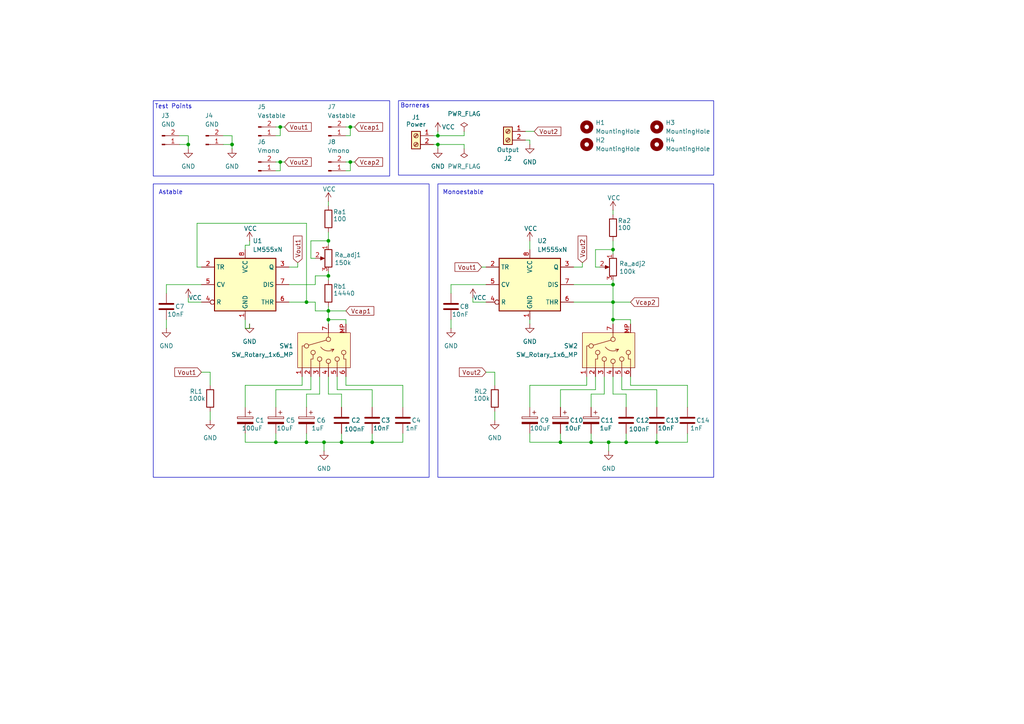
<source format=kicad_sch>
(kicad_sch (version 20231120) (generator "eeschema") (generator_version "8.0")
  (paper "A4")
  (lib_symbols
    (symbol "Connector:Conn_01x02_Pin" (pin_names (offset 1.016) hide)
      (property "Reference" "J" (at 0 2.54 0))
      (property "Value" "Conn_01x02_Pin" (at 0 -5.08 0))
      (symbol "Conn_01x02_Pin_1_1"
        (polyline (pts (xy 1.27 -2.54) (xy 0.8636 -2.54)) (stroke (width 0.1524)))
        (polyline (pts (xy 1.27 0) (xy 0.8636 0)) (stroke (width 0.1524)))
        (rectangle (start 0.8636 -2.413) (end 0 -2.667) (stroke (width 0.1524)) (fill (type outline)))
        (rectangle (start 0.8636 0.127) (end 0 -0.127) (stroke (width 0.1524)) (fill (type outline)))
        (pin passive line (at 5.08 0 180) (length 3.81) (name "Pin_1") (number "1"))
        (pin passive line (at 5.08 -2.54 180) (length 3.81) (name "Pin_2") (number "2"))
      )
    )
    (symbol "Connector:Screw_Terminal_01x02" (pin_names (offset 1.016) hide)
      (property "Reference" "J" (at 0 2.54 0))
      (property "Value" "Screw_Terminal_01x02" (at 0 -5.08 0))
      (symbol "Screw_Terminal_01x02_1_1"
        (rectangle (start -1.27 1.27) (end 1.27 -3.81) (stroke (width 0.254)) (fill (type background)))
        (circle (center 0 -2.54) (radius 0.635) (stroke (width 0.1524)))
        (polyline (pts (xy -0.5334 -2.2098) (xy 0.3302 -3.048)) (stroke (width 0.1524)))
        (polyline (pts (xy -0.5334 0.3302) (xy 0.3302 -0.508)) (stroke (width 0.1524)))
        (polyline (pts (xy -0.3556 -2.032) (xy 0.508 -2.8702)) (stroke (width 0.1524)))
        (polyline (pts (xy -0.3556 0.508) (xy 0.508 -0.3302)) (stroke (width 0.1524)))
        (circle (center 0 0) (radius 0.635) (stroke (width 0.1524)))
        (pin passive line (at -5.08 0 0) (length 3.81) (name "Pin_1") (number "1"))
        (pin passive line (at -5.08 -2.54 0) (length 3.81) (name "Pin_2") (number "2"))
      )
    )
    (symbol "Device:C" (pin_numbers hide) (pin_names (offset 0.254))
      (property "Reference" "C" (at 0.635 2.54 0))
      (property "Value" "C" (at 0.635 -2.54 0))
      (symbol "C_0_1"
        (polyline (pts (xy -2.032 -0.762) (xy 2.032 -0.762)) (stroke (width 0.508)))
        (polyline (pts (xy -2.032 0.762) (xy 2.032 0.762)) (stroke (width 0.508)))
      )
      (symbol "C_1_1"
        (pin passive line (at 0 3.81 270) (length 2.794) (name "~") (number "1"))
        (pin passive line (at 0 -3.81 90) (length 2.794) (name "~") (number "2"))
      )
    )
    (symbol "Device:C_Polarized" (pin_numbers hide) (pin_names (offset 0.254))
      (property "Reference" "C" (at 0.635 2.54 0))
      (property "Value" "C_Polarized" (at 0.635 -2.54 0))
      (symbol "C_Polarized_0_1"
        (rectangle (start -2.286 0.508) (end 2.286 1.016))
        (polyline (pts (xy -1.778 2.286) (xy -0.762 2.286)))
        (polyline (pts (xy -1.27 2.794) (xy -1.27 1.778)))
        (rectangle (start 2.286 -0.508) (end -2.286 -1.016) (fill (type outline)))
      )
      (symbol "C_Polarized_1_1"
        (pin passive line (at 0 3.81 270) (length 2.794) (name "~") (number "1"))
        (pin passive line (at 0 -3.81 90) (length 2.794) (name "~") (number "2"))
      )
    )
    (symbol "Device:R" (pin_numbers hide) (pin_names (offset 0))
      (property "Reference" "R" (at 2.032 0 90))
      (property "Value" "R" (at 0 0 90))
      (symbol "R_0_1"
        (rectangle (start -1.016 -2.54) (end 1.016 2.54) (stroke (width 0.254)))
      )
      (symbol "R_1_1"
        (pin passive line (at 0 3.81 270) (length 1.27) (name "~") (number "1"))
        (pin passive line (at 0 -3.81 90) (length 1.27) (name "~") (number "2"))
      )
    )
    (symbol "Device:R_Potentiometer" (pin_names (offset 1.016) hide)
      (property "Reference" "RV" (at -4.445 0 90))
      (property "Value" "R_Potentiometer" (at -2.54 0 90))
      (symbol "R_Potentiometer_0_1"
        (polyline (pts (xy 2.54 0) (xy 1.524 0)))
        (polyline (pts (xy 1.143 0) (xy 2.286 0.508) (xy 2.286 -0.508) (xy 1.143 0)) (fill (type outline)))
        (rectangle (start 1.016 2.54) (end -1.016 -2.54) (stroke (width 0.254)))
      )
      (symbol "R_Potentiometer_1_1"
        (pin passive line (at 0 3.81 270) (length 1.27) (name "1") (number "1"))
        (pin passive line (at 3.81 0 180) (length 1.27) (name "2") (number "2"))
        (pin passive line (at 0 -3.81 90) (length 1.27) (name "3") (number "3"))
      )
    )
    (symbol "Mechanical:MountingHole" (pin_names (offset 1.016)) (exclude_from_sim yes) (in_bom no)
      (property "Reference" "H" (at 0 5.08 0))
      (property "Value" "MountingHole" (at 0 3.175 0))
      (symbol "MountingHole_0_1"
        (circle (center 0 0) (radius 1.27) (stroke (width 1.27)))
      )
    )
    (symbol "Switch:SW_Rotary_1x6_MP" (pin_names hide)
      (property "Reference" "SW" (at 0 10.16 0))
      (property "Value" "SW_Rotary_1x6_MP" (at 8.89 -7.62 0))
      (symbol "SW_Rotary_1x6_MP_0_1"
        (circle (center -3.175 0) (radius 0.635))
        (circle (center -1.27 6.35) (radius 0.635))
        (arc (start -0.3176 -1.5875) (mid 0.154 0.449) (end -0.9526 2.2225))
        (polyline (pts (xy -5.08 0) (xy -3.81 0)))
        (polyline (pts (xy -2.9464 0.6096) (xy -1.4732 5.7404)))
        (polyline (pts (xy -0.3176 -1.5875) (xy -0.3176 -1.5875)))
        (polyline (pts (xy -0.3176 -1.5875) (xy -0.3176 -0.6985)))
        (polyline (pts (xy -0.3176 -1.5875) (xy 0.4444 -1.0795)))
        (polyline (pts (xy 5.08 -2.54) (xy 3.175 -2.54)))
        (polyline (pts (xy 5.08 0) (xy 3.81 0)))
        (polyline (pts (xy 5.08 2.54) (xy 3.175 2.54)))
        (polyline (pts (xy 5.08 -5.08) (xy 2.54 -5.08) (xy 2.54 -4.445) (xy 1.27 -4.445)))
        (polyline (pts (xy 5.08 5.08) (xy 2.54 5.08) (xy 2.54 4.445) (xy 1.27 4.445)))
        (polyline (pts (xy 5.08 7.62) (xy -1.27 7.62) (xy -1.27 7.62) (xy -1.27 6.985)))
        (circle (center 0.635 -4.445) (radius 0.635))
        (circle (center 0.635 4.445) (radius 0.635))
        (circle (center 2.54 -2.54) (radius 0.635))
        (circle (center 2.54 2.54) (radius 0.635))
        (circle (center 3.175 0) (radius 0.635))
      )
      (symbol "SW_Rotary_1x6_MP_1_1"
        (polyline (pts (xy -5.08 8.89) (xy 5.08 8.89) (xy 5.08 -6.35) (xy -5.08 -6.35) (xy -5.08 8.89) (xy -5.08 8.89)) (fill (type background)))
        (pin passive line (at 7.62 7.62 180) (length 2.54) (name "") (number "1"))
        (pin passive line (at 7.62 5.08 180) (length 2.54) (name "") (number "2"))
        (pin passive line (at 7.62 2.54 180) (length 2.54) (name "") (number "3"))
        (pin passive line (at 7.62 0 180) (length 2.54) (name "") (number "4"))
        (pin passive line (at 7.62 -2.54 180) (length 2.54) (name "") (number "5"))
        (pin passive line (at 7.62 -5.08 180) (length 2.54) (name "") (number "6"))
        (pin passive line (at -7.62 0 0) (length 2.54) (name "") (number "7"))
        (pin passive line (at -7.62 -5.08 0) (length 2.54) (name "") (number "MP"))
      )
    )
    (symbol "Timer:LM555xN"
      (property "Reference" "U" (at -10.16 8.89 0))
      (property "Value" "LM555xN" (at 2.54 8.89 0))
      (symbol "LM555xN_0_0"
        (pin power_in line (at 0 -10.16 90) (length 2.54) (name "GND") (number "1"))
        (pin power_in line (at 0 10.16 270) (length 2.54) (name "VCC") (number "8"))
      )
      (symbol "LM555xN_0_1"
        (rectangle (start -8.89 -7.62) (end 8.89 7.62) (stroke (width 0.254)) (fill (type background)))
        (rectangle (start -8.89 -7.62) (end 8.89 7.62) (stroke (width 0.254)) (fill (type background)))
      )
      (symbol "LM555xN_1_1"
        (pin input line (at -12.7 5.08 0) (length 3.81) (name "TR") (number "2"))
        (pin output line (at 12.7 5.08 180) (length 3.81) (name "Q") (number "3"))
        (pin input inverted (at -12.7 -5.08 0) (length 3.81) (name "R") (number "4"))
        (pin input line (at -12.7 0 0) (length 3.81) (name "CV") (number "5"))
        (pin input line (at 12.7 -5.08 180) (length 3.81) (name "THR") (number "6"))
        (pin input line (at 12.7 0 180) (length 3.81) (name "DIS") (number "7"))
      )
    )
    (symbol "power:GND" (power) (pin_numbers hide) (pin_names (offset 0) hide)
      (property "Value" "GND" (at 0 -3.81 0))
      (symbol "GND_0_1"
        (polyline (pts (xy 0 0) (xy 0 -1.27) (xy 1.27 -1.27) (xy 0 -2.54) (xy -1.27 -1.27) (xy 0 -1.27)))
      )
      (symbol "GND_1_1"
        (pin power_in line (at 0 0 270) (length 0) (name "~") (number "1"))
      )
    )
    (symbol "power:PWR_FLAG" (power) (pin_numbers hide) (pin_names (offset 0) hide)
      (property "Value" "PWR_FLAG" (at 0 3.81 0))
      (symbol "PWR_FLAG_0_0"
        (pin power_out line (at 0 0 90) (length 0) (name "~") (number "1"))
      )
      (symbol "PWR_FLAG_0_1"
        (polyline (pts (xy 0 0) (xy 0 1.27) (xy -1.016 1.905) (xy 0 2.54) (xy 1.016 1.905) (xy 0 1.27)))
      )
    )
    (symbol "power:VCC" (power) (pin_numbers hide) (pin_names (offset 0) hide)
      (property "Value" "VCC" (at 0 3.556 0))
      (symbol "VCC_0_1"
        (polyline (pts (xy -0.762 1.27) (xy 0 2.54)))
        (polyline (pts (xy 0 0) (xy 0 2.54)))
        (polyline (pts (xy 0 2.54) (xy 0.762 1.27)))
      )
      (symbol "VCC_1_1"
        (pin power_in line (at 0 0 90) (length 0) (name "~") (number "1"))
      )
    )
  )
  (junction (at 101.6 36.83))
  (junction (at 88.9 128.27))
  (junction (at 101.6 46.99))
  (junction (at 67.31 41.91))
  (junction (at 190.5 128.27))
  (junction (at 177.8 72.39))
  (junction (at 107.95 128.27))
  (junction (at 171.45 128.27))
  (junction (at 95.25 80.01))
  (junction (at 162.56 128.27))
  (junction (at 127 39.37))
  (junction (at 177.8 87.63))
  (junction (at 177.8 82.55))
  (junction (at 176.53 128.27))
  (junction (at 181.61 128.27))
  (junction (at 95.25 92.71))
  (junction (at 99.06 128.27))
  (junction (at 80.01 128.27))
  (junction (at 81.28 36.83))
  (junction (at 88.9 87.63))
  (junction (at 95.25 69.85))
  (junction (at 127 41.91))
  (junction (at 54.61 41.91))
  (junction (at 95.25 90.17))
  (junction (at 177.8 92.71))
  (junction (at 81.28 46.99))
  (junction (at 93.98 128.27))
  (wire (pts (xy 107.95 113.03) (xy 97.79 113.03)))
  (wire (pts (xy 199.39 118.11) (xy 199.39 111.76)))
  (wire (pts (xy 81.28 36.83) (xy 81.28 39.37)))
  (wire (pts (xy 80.01 128.27) (xy 88.9 128.27)))
  (wire (pts (xy 190.5 128.27) (xy 199.39 128.27)))
  (wire (pts (xy 182.88 111.76) (xy 182.88 109.22)))
  (wire (pts (xy 153.67 69.85) (xy 153.67 72.39)))
  (wire (pts (xy 54.61 87.63) (xy 58.42 87.63)))
  (wire (pts (xy 48.26 82.55) (xy 58.42 82.55)))
  (wire (pts (xy 60.96 107.95) (xy 60.96 111.76)))
  (wire (pts (xy 88.9 118.11) (xy 88.9 114.3)))
  (wire (pts (xy 81.28 46.99) (xy 81.28 49.53)))
  (wire (pts (xy 134.62 41.91) (xy 134.62 43.18)))
  (wire (pts (xy 99.06 128.27) (xy 107.95 128.27)))
  (wire (pts (xy 180.34 113.03) (xy 180.34 109.22)))
  (wire (pts (xy 181.61 125.73) (xy 181.61 128.27)))
  (wire (pts (xy 181.61 114.3) (xy 177.8 114.3)))
  (wire (pts (xy 100.33 49.53) (xy 101.6 49.53)))
  (wire (pts (xy 93.98 128.27) (xy 93.98 130.81)))
  (wire (pts (xy 95.25 90.17) (xy 100.33 90.17)))
  (wire (pts (xy 127 39.37) (xy 127 38.1)))
  (wire (pts (xy 72.39 95.25) (xy 72.39 93.98)))
  (wire (pts (xy 83.82 87.63) (xy 88.9 87.63)))
  (wire (pts (xy 116.84 111.76) (xy 100.33 111.76)))
  (wire (pts (xy 91.44 74.93) (xy 90.17 74.93)))
  (wire (pts (xy 100.33 92.71) (xy 95.25 92.71)))
  (wire (pts (xy 99.06 118.11) (xy 99.06 114.3)))
  (wire (pts (xy 176.53 128.27) (xy 176.53 130.81)))
  (wire (pts (xy 95.25 78.74) (xy 95.25 80.01)))
  (wire (pts (xy 137.16 86.36) (xy 137.16 87.63)))
  (wire (pts (xy 153.67 128.27) (xy 153.67 125.73)))
  (wire (pts (xy 181.61 118.11) (xy 181.61 114.3)))
  (wire (pts (xy 101.6 46.99) (xy 101.6 49.53)))
  (wire (pts (xy 71.12 71.12) (xy 72.39 71.12)))
  (wire (pts (xy 58.42 107.95) (xy 60.96 107.95)))
  (wire (pts (xy 87.63 111.76) (xy 71.12 111.76)))
  (wire (pts (xy 140.97 107.95) (xy 143.51 107.95)))
  (wire (pts (xy 130.81 82.55) (xy 140.97 82.55)))
  (wire (pts (xy 88.9 128.27) (xy 93.98 128.27)))
  (wire (pts (xy 71.12 71.12) (xy 71.12 72.39)))
  (wire (pts (xy 182.88 92.71) (xy 177.8 92.71)))
  (wire (pts (xy 125.73 41.91) (xy 127 41.91)))
  (wire (pts (xy 95.25 92.71) (xy 95.25 93.98)))
  (wire (pts (xy 177.8 82.55) (xy 177.8 87.63)))
  (wire (pts (xy 54.61 39.37) (xy 54.61 41.91)))
  (wire (pts (xy 140.97 77.47) (xy 139.7 77.47)))
  (wire (pts (xy 171.45 114.3) (xy 175.26 114.3)))
  (wire (pts (xy 88.9 125.73) (xy 88.9 128.27)))
  (wire (pts (xy 168.91 76.2) (xy 168.91 77.47)))
  (wire (pts (xy 80.01 49.53) (xy 81.28 49.53)))
  (wire (pts (xy 177.8 87.63) (xy 177.8 92.71)))
  (wire (pts (xy 177.8 87.63) (xy 182.88 87.63)))
  (wire (pts (xy 190.5 113.03) (xy 180.34 113.03)))
  (wire (pts (xy 173.99 77.47) (xy 172.72 77.47)))
  (wire (pts (xy 171.45 118.11) (xy 171.45 114.3)))
  (wire (pts (xy 101.6 36.83) (xy 102.87 36.83)))
  (wire (pts (xy 95.25 90.17) (xy 95.25 88.9)))
  (wire (pts (xy 107.95 128.27) (xy 116.84 128.27)))
  (wire (pts (xy 130.81 92.71) (xy 130.81 95.25)))
  (wire (pts (xy 80.01 36.83) (xy 81.28 36.83)))
  (wire (pts (xy 95.25 114.3) (xy 95.25 109.22)))
  (wire (pts (xy 177.8 73.66) (xy 177.8 72.39)))
  (wire (pts (xy 101.6 46.99) (xy 102.87 46.99)))
  (wire (pts (xy 177.8 92.71) (xy 177.8 93.98)))
  (wire (pts (xy 71.12 95.25) (xy 72.39 95.25)))
  (wire (pts (xy 87.63 109.22) (xy 87.63 111.76)))
  (wire (pts (xy 125.73 39.37) (xy 127 39.37)))
  (wire (pts (xy 95.25 80.01) (xy 91.44 80.01)))
  (wire (pts (xy 168.91 77.47) (xy 166.37 77.47)))
  (wire (pts (xy 57.15 77.47) (xy 57.15 64.77)))
  (wire (pts (xy 86.36 77.47) (xy 83.82 77.47)))
  (wire (pts (xy 107.95 118.11) (xy 107.95 113.03)))
  (wire (pts (xy 137.16 87.63) (xy 140.97 87.63)))
  (wire (pts (xy 175.26 114.3) (xy 175.26 109.22)))
  (wire (pts (xy 92.71 114.3) (xy 92.71 109.22)))
  (wire (pts (xy 64.77 41.91) (xy 67.31 41.91)))
  (wire (pts (xy 177.8 72.39) (xy 177.8 69.85)))
  (wire (pts (xy 90.17 69.85) (xy 90.17 74.93)))
  (wire (pts (xy 166.37 87.63) (xy 177.8 87.63)))
  (wire (pts (xy 143.51 107.95) (xy 143.51 111.76)))
  (wire (pts (xy 170.18 109.22) (xy 170.18 111.76)))
  (wire (pts (xy 116.84 118.11) (xy 116.84 111.76)))
  (wire (pts (xy 80.01 39.37) (xy 81.28 39.37)))
  (wire (pts (xy 162.56 113.03) (xy 172.72 113.03)))
  (wire (pts (xy 67.31 39.37) (xy 67.31 41.91)))
  (wire (pts (xy 72.39 71.12) (xy 72.39 69.85)))
  (wire (pts (xy 130.81 85.09) (xy 130.81 82.55)))
  (wire (pts (xy 190.5 125.73) (xy 190.5 128.27)))
  (wire (pts (xy 162.56 125.73) (xy 162.56 128.27)))
  (wire (pts (xy 52.07 39.37) (xy 54.61 39.37)))
  (wire (pts (xy 127 41.91) (xy 134.62 41.91)))
  (wire (pts (xy 172.72 113.03) (xy 172.72 109.22)))
  (wire (pts (xy 86.36 76.2) (xy 86.36 77.47)))
  (wire (pts (xy 116.84 125.73) (xy 116.84 128.27)))
  (wire (pts (xy 97.79 113.03) (xy 97.79 109.22)))
  (wire (pts (xy 127 39.37) (xy 134.62 39.37)))
  (wire (pts (xy 95.25 69.85) (xy 90.17 69.85)))
  (wire (pts (xy 88.9 64.77) (xy 88.9 87.63)))
  (wire (pts (xy 90.17 113.03) (xy 90.17 109.22)))
  (wire (pts (xy 58.42 77.47) (xy 57.15 77.47)))
  (wire (pts (xy 88.9 87.63) (xy 91.44 87.63)))
  (wire (pts (xy 190.5 118.11) (xy 190.5 113.03)))
  (wire (pts (xy 95.25 90.17) (xy 95.25 92.71)))
  (wire (pts (xy 95.25 71.12) (xy 95.25 69.85)))
  (wire (pts (xy 81.28 46.99) (xy 82.55 46.99)))
  (wire (pts (xy 88.9 114.3) (xy 92.71 114.3)))
  (wire (pts (xy 177.8 81.28) (xy 177.8 82.55)))
  (wire (pts (xy 95.25 58.42) (xy 95.25 59.69)))
  (wire (pts (xy 91.44 90.17) (xy 95.25 90.17)))
  (wire (pts (xy 153.67 41.91) (xy 153.67 40.64)))
  (wire (pts (xy 171.45 125.73) (xy 171.45 128.27)))
  (wire (pts (xy 153.67 92.71) (xy 153.67 93.98)))
  (wire (pts (xy 181.61 128.27) (xy 190.5 128.27)))
  (wire (pts (xy 166.37 82.55) (xy 177.8 82.55)))
  (wire (pts (xy 95.25 67.31) (xy 95.25 69.85)))
  (wire (pts (xy 48.26 85.09) (xy 48.26 82.55)))
  (wire (pts (xy 134.62 39.37) (xy 134.62 38.1)))
  (wire (pts (xy 99.06 125.73) (xy 99.06 128.27)))
  (wire (pts (xy 91.44 82.55) (xy 83.82 82.55)))
  (wire (pts (xy 64.77 39.37) (xy 67.31 39.37)))
  (wire (pts (xy 143.51 119.38) (xy 143.51 121.92)))
  (wire (pts (xy 176.53 128.27) (xy 181.61 128.27)))
  (wire (pts (xy 170.18 111.76) (xy 153.67 111.76)))
  (wire (pts (xy 57.15 64.77) (xy 88.9 64.77)))
  (wire (pts (xy 52.07 41.91) (xy 54.61 41.91)))
  (wire (pts (xy 153.67 111.76) (xy 153.67 118.11)))
  (wire (pts (xy 171.45 128.27) (xy 176.53 128.27)))
  (wire (pts (xy 80.01 128.27) (xy 71.12 128.27)))
  (wire (pts (xy 100.33 111.76) (xy 100.33 109.22)))
  (wire (pts (xy 100.33 36.83) (xy 101.6 36.83)))
  (wire (pts (xy 100.33 46.99) (xy 101.6 46.99)))
  (wire (pts (xy 162.56 128.27) (xy 171.45 128.27)))
  (wire (pts (xy 95.25 80.01) (xy 95.25 81.28)))
  (wire (pts (xy 199.39 125.73) (xy 199.39 128.27)))
  (wire (pts (xy 48.26 92.71) (xy 48.26 95.25)))
  (wire (pts (xy 91.44 87.63) (xy 91.44 90.17)))
  (wire (pts (xy 80.01 118.11) (xy 80.01 113.03)))
  (wire (pts (xy 127 41.91) (xy 127 43.18)))
  (wire (pts (xy 177.8 72.39) (xy 172.72 72.39)))
  (wire (pts (xy 93.98 128.27) (xy 99.06 128.27)))
  (wire (pts (xy 81.28 36.83) (xy 82.55 36.83)))
  (wire (pts (xy 67.31 41.91) (xy 67.31 43.18)))
  (wire (pts (xy 71.12 92.71) (xy 71.12 95.25)))
  (wire (pts (xy 54.61 86.36) (xy 54.61 87.63)))
  (wire (pts (xy 100.33 39.37) (xy 101.6 39.37)))
  (wire (pts (xy 153.67 40.64) (xy 152.4 40.64)))
  (wire (pts (xy 54.61 41.91) (xy 54.61 43.18)))
  (wire (pts (xy 172.72 72.39) (xy 172.72 77.47)))
  (wire (pts (xy 60.96 119.38) (xy 60.96 121.92)))
  (wire (pts (xy 80.01 46.99) (xy 81.28 46.99)))
  (wire (pts (xy 107.95 125.73) (xy 107.95 128.27)))
  (wire (pts (xy 99.06 114.3) (xy 95.25 114.3)))
  (wire (pts (xy 71.12 111.76) (xy 71.12 118.11)))
  (wire (pts (xy 80.01 113.03) (xy 90.17 113.03)))
  (wire (pts (xy 101.6 36.83) (xy 101.6 39.37)))
  (wire (pts (xy 152.4 38.1) (xy 154.94 38.1)))
  (wire (pts (xy 177.8 114.3) (xy 177.8 109.22)))
  (wire (pts (xy 91.44 80.01) (xy 91.44 82.55)))
  (wire (pts (xy 100.33 93.98) (xy 100.33 92.71)))
  (wire (pts (xy 182.88 93.98) (xy 182.88 92.71)))
  (wire (pts (xy 71.12 128.27) (xy 71.12 125.73)))
  (wire (pts (xy 177.8 60.96) (xy 177.8 62.23)))
  (wire (pts (xy 80.01 125.73) (xy 80.01 128.27)))
  (wire (pts (xy 199.39 111.76) (xy 182.88 111.76)))
  (wire (pts (xy 162.56 118.11) (xy 162.56 113.03)))
  (wire (pts (xy 162.56 128.27) (xy 153.67 128.27)))
  (rectangle (start 44.45 53.34) (end 124.46 138.43))
  (rectangle (start 44.45 29.21) (end 113.03 51.054))
  (rectangle (start 127 53.34) (end 207.01 138.43))
  (rectangle (start 115.57 29.21) (end 207.01 50.8))
  (text "Astable" (at 49.53 55.88 0) (effects (font (size 1.27 1.27))))
  (text "Test Points" (at 50.292 30.988 0) (effects (font (size 1.27 1.27))))
  (text "Monoestable" (at 134.366 55.88 0) (effects (font (size 1.27 1.27))))
  (text "Borneras" (at 120.396 30.734 0) (effects (font (size 1.27 1.27))))
  (global_label "Vout2" (shape input) (at 168.91 76.2 90) (property "Intersheetrefs" "${INTERSHEET_REFS}" (effects (hide yes))))
  (global_label "Vcap1" (shape input) (at 102.87 36.83 0) (property "Intersheetrefs" "${INTERSHEET_REFS}" (effects (hide yes))))
  (global_label "Vcap2" (shape input) (at 102.87 46.99 0) (property "Intersheetrefs" "${INTERSHEET_REFS}" (effects (hide yes))))
  (global_label "Vout2" (shape input) (at 154.94 38.1 0) (property "Intersheetrefs" "${INTERSHEET_REFS}" (effects (hide yes))))
  (global_label "Vout2" (shape input) (at 82.55 46.99 0) (property "Intersheetrefs" "${INTERSHEET_REFS}" (effects (hide yes))))
  (global_label "Vout1" (shape input) (at 82.55 36.83 0) (property "Intersheetrefs" "${INTERSHEET_REFS}" (effects (hide yes))))
  (global_label "Vcap1" (shape input) (at 100.33 90.17 0) (property "Intersheetrefs" "${INTERSHEET_REFS}" (effects (hide yes))))
  (global_label "Vcap2" (shape input) (at 182.88 87.63 0) (property "Intersheetrefs" "${INTERSHEET_REFS}" (effects (hide yes))))
  (global_label "Vout2" (shape input) (at 140.97 107.95 180) (property "Intersheetrefs" "${INTERSHEET_REFS}" (effects (hide yes))))
  (global_label "Vout1" (shape input) (at 139.7 77.47 180) (property "Intersheetrefs" "${INTERSHEET_REFS}" (effects (hide yes))))
  (global_label "Vout1" (shape input) (at 86.36 76.2 90) (property "Intersheetrefs" "${INTERSHEET_REFS}" (effects (hide yes))))
  (global_label "Vout1" (shape input) (at 58.42 107.95 180) (property "Intersheetrefs" "${INTERSHEET_REFS}" (effects (hide yes))))
  (symbol (lib_id "power:VCC") (at 177.8 60.96 0) (unit 1)
    (property "Reference" "#PWR019" (effects (hide yes)))
    (property "Value" "VCC" (at 178.054 57.404 0))
    (property "Description" "Power symbol creates a global label with name \"VCC\"" (effects (hide yes)))
  )
  (symbol (lib_id "Mechanical:MountingHole") (at 170.18 36.83 0) (unit 1) (exclude_from_sim yes) (in_bom no)
    (property "Reference" "H1" (at 172.72 35.5599 0) (effects (justify left)))
    (property "Value" "MountingHole" (at 172.72 38.0999 0) (effects (justify left)))
    (property "Footprint" "MountingHole:MountingHole_3.2mm_M3" (effects (hide yes)))
    (property "Description" "Mounting Hole without connection" (effects (hide yes)))
  )
  (symbol (lib_id "Connector:Screw_Terminal_01x02") (at 147.32 38.1 0) (mirror y) (unit 1)
    (property "Reference" "J2" (at 147.32 45.974 0))
    (property "Value" "Output" (at 147.32 43.434 0))
    (property "Footprint" "Connector_Coaxial:BNC_TEConnectivity_1478035_Horizontal" (effects (hide yes)))
    (property "Description" "Generic screw terminal, single row, 01x02, script generated (kicad-library-utils/schlib/autogen/connector/)" (effects (hide yes)))
  )
  (symbol (lib_id "power:GND") (at 176.53 130.81 0) (mirror y) (unit 1)
    (property "Reference" "#PWR018" (effects (hide yes)))
    (property "Value" "GND" (at 176.53 135.89 0))
    (property "Description" "Power symbol creates a global label with name \"GND\" , ground" (effects (hide yes)))
  )
  (symbol (lib_id "Device:R") (at 95.25 85.09 0) (mirror y) (unit 1)
    (property "Reference" "Rb1" (at 98.552 83.058 0))
    (property "Value" "14440" (at 99.822 85.09 0))
    (property "Footprint" "Resistor_THT:R_Axial_DIN0207_L6.3mm_D2.5mm_P10.16mm_Horizontal" (effects (hide yes)))
    (property "Description" "Resistor" (effects (hide yes)))
  )
  (symbol (lib_id "power:GND") (at 72.39 93.98 0) (mirror y) (unit 1)
    (property "Reference" "#PWR08" (effects (hide yes)))
    (property "Value" "GND" (at 72.39 99.06 0))
    (property "Description" "Power symbol creates a global label with name \"GND\" , ground" (effects (hide yes)))
  )
  (symbol (lib_id "power:VCC") (at 137.16 86.36 0) (unit 1)
    (property "Reference" "#PWR014" (effects (hide yes)))
    (property "Value" "VCC" (at 139.192 86.36 0))
    (property "Description" "Power symbol creates a global label with name \"VCC\"" (effects (hide yes)))
  )
  (symbol (lib_id "power:GND") (at 127 43.18 0) (unit 1)
    (property "Reference" "#PWR02" (effects (hide yes)))
    (property "Value" "GND" (at 127 48.26 0))
    (property "Description" "Power symbol creates a global label with name \"GND\" , ground" (effects (hide yes)))
  )
  (symbol (lib_id "power:VCC") (at 54.61 86.36 0) (unit 1)
    (property "Reference" "#PWR010" (effects (hide yes)))
    (property "Value" "VCC" (at 56.642 86.36 0))
    (property "Description" "Power symbol creates a global label with name \"VCC\"" (effects (hide yes)))
  )
  (symbol (lib_id "power:PWR_FLAG") (at 134.62 43.18 180) (unit 1)
    (property "Reference" "#FLG02" (effects (hide yes)))
    (property "Value" "PWR_FLAG" (at 134.62 48.26 0))
    (property "Description" "Special symbol for telling ERC where power comes from" (effects (hide yes)))
  )
  (symbol (lib_id "Connector:Conn_01x02_Pin") (at 59.69 41.91 0) (mirror x) (unit 1)
    (property "Reference" "J4" (at 59.436 33.528 0) (effects (justify left)))
    (property "Value" "GND" (at 59.436 36.068 0) (effects (justify left)))
    (property "Footprint" "Connector_PinHeader_2.54mm:PinHeader_1x02_P2.54mm_Vertical" (effects (hide yes)))
    (property "Description" "Generic connector, single row, 01x02, script generated" (effects (hide yes)))
  )
  (symbol (lib_id "power:GND") (at 130.81 95.25 0) (mirror y) (unit 1)
    (property "Reference" "#PWR06" (effects (hide yes)))
    (property "Value" "GND" (at 130.81 100.33 0))
    (property "Description" "Power symbol creates a global label with name \"GND\" , ground" (effects (hide yes)))
  )
  (symbol (lib_id "Device:C_Polarized") (at 153.67 121.92 0) (mirror y) (unit 1)
    (property "Reference" "C9" (at 159.258 121.92 0) (effects (justify left)))
    (property "Value" "100uF" (at 159.766 124.206 0) (effects (justify left)))
    (property "Footprint" "Capacitor_THT:CP_Radial_D5.0mm_P2.50mm" (effects (hide yes)))
    (property "Description" "Polarized capacitor" (effects (hide yes)))
  )
  (symbol (lib_id "Device:C") (at 116.84 121.92 0) (unit 1)
    (property "Reference" "C4" (at 119.38 121.92 0) (effects (justify left)))
    (property "Value" "1nF" (at 117.602 124.206 0) (effects (justify left)))
    (property "Footprint" "Capacitor_THT:C_Disc_D3.0mm_W2.0mm_P2.50mm" (effects (hide yes)))
    (property "Description" "Unpolarized capacitor" (effects (hide yes)))
  )
  (symbol (lib_id "Device:C") (at 48.26 88.9 0) (unit 1)
    (property "Reference" "C7" (at 50.8 88.9 0) (effects (justify left)))
    (property "Value" "10nF" (at 48.514 91.186 0) (effects (justify left)))
    (property "Footprint" "Capacitor_THT:C_Disc_D3.0mm_W2.0mm_P2.50mm" (effects (hide yes)))
    (property "Description" "Unpolarized capacitor" (effects (hide yes)))
  )
  (symbol (lib_id "Connector:Screw_Terminal_01x02") (at 120.65 39.37 0) (mirror y) (unit 1)
    (property "Reference" "J1" (at 120.65 34.036 0))
    (property "Value" "Power" (at 120.65 36.068 0))
    (property "Footprint" "TerminalBlock_Phoenix:TerminalBlock_Phoenix_MKDS-1,5-2-5.08_1x02_P5.08mm_Horizontal" (effects (hide yes)))
    (property "Description" "Generic screw terminal, single row, 01x02, script generated (kicad-library-utils/schlib/autogen/connector/)" (effects (hide yes)))
  )
  (symbol (lib_id "power:GND") (at 153.67 93.98 0) (mirror y) (unit 1)
    (property "Reference" "#PWR017" (effects (hide yes)))
    (property "Value" "GND" (at 153.67 99.06 0))
    (property "Description" "Power symbol creates a global label with name \"GND\" , ground" (effects (hide yes)))
  )
  (symbol (lib_id "Device:C") (at 107.95 121.92 0) (unit 1)
    (property "Reference" "C3" (at 110.49 121.92 0) (effects (justify left)))
    (property "Value" "10nF" (at 108.204 124.206 0) (effects (justify left)))
    (property "Footprint" "Capacitor_THT:C_Disc_D3.0mm_W2.0mm_P2.50mm" (effects (hide yes)))
    (property "Description" "Unpolarized capacitor" (effects (hide yes)))
  )
  (symbol (lib_id "Device:R_Potentiometer") (at 95.25 74.93 0) (mirror y) (unit 1)
    (property "Reference" "Ra_adj1" (at 97.028 73.914 0) (effects (justify right)))
    (property "Value" "150k" (at 97.028 76.2 0) (effects (justify right)))
    (property "Footprint" "Connector_PinHeader_2.54mm:PinHeader_1x03_P2.54mm_Vertical" (effects (hide yes)))
    (property "Description" "Potentiometer" (effects (hide yes)))
  )
  (symbol (lib_id "power:GND") (at 60.96 121.92 0) (unit 1)
    (property "Reference" "#PWR07" (effects (hide yes)))
    (property "Value" "GND" (at 60.96 127 0))
    (property "Description" "Power symbol creates a global label with name \"GND\" , ground" (effects (hide yes)))
  )
  (symbol (lib_id "power:GND") (at 93.98 130.81 0) (mirror y) (unit 1)
    (property "Reference" "#PWR011" (effects (hide yes)))
    (property "Value" "GND" (at 93.98 135.89 0))
    (property "Description" "Power symbol creates a global label with name \"GND\" , ground" (effects (hide yes)))
  )
  (symbol (lib_id "power:VCC") (at 95.25 58.42 0) (unit 1)
    (property "Reference" "#PWR013" (effects (hide yes)))
    (property "Value" "VCC" (at 95.504 54.864 0))
    (property "Description" "Power symbol creates a global label with name \"VCC\"" (effects (hide yes)))
  )
  (symbol (lib_id "Device:R") (at 95.25 63.5 0) (mirror y) (unit 1)
    (property "Reference" "Ra1" (at 98.552 61.468 0))
    (property "Value" "100" (at 98.552 63.5 0))
    (property "Footprint" "Resistor_THT:R_Axial_DIN0207_L6.3mm_D2.5mm_P10.16mm_Horizontal" (effects (hide yes)))
    (property "Description" "Resistor" (effects (hide yes)))
  )
  (symbol (lib_id "Timer:LM555xN") (at 153.67 82.55 0) (unit 1)
    (property "Reference" "U2" (at 155.8641 69.85 0) (effects (justify left)))
    (property "Value" "LM555xN" (at 155.8641 72.39 0) (effects (justify left)))
    (property "Footprint" "Package_DIP:DIP-8_W7.62mm" (effects (hide yes)))
    (property "Datasheet" "http://www.ti.com/lit/ds/symlink/lm555.pdf" (effects (hide yes)))
    (property "Description" "Timer, 555 compatible, PDIP-8" (effects (hide yes)))
  )
  (symbol (lib_id "Connector:Conn_01x02_Pin") (at 95.25 39.37 0) (mirror x) (unit 1)
    (property "Reference" "J7" (at 94.996 30.988 0) (effects (justify left)))
    (property "Value" "Vastable" (at 94.996 33.528 0) (effects (justify left)))
    (property "Footprint" "Connector_PinHeader_2.54mm:PinHeader_1x02_P2.54mm_Vertical" (effects (hide yes)))
    (property "Description" "Generic connector, single row, 01x02, script generated" (effects (hide yes)))
  )
  (symbol (lib_id "Switch:SW_Rotary_1x6_MP") (at 177.8 101.6 90) (mirror x) (unit 1)
    (property "Reference" "SW2" (at 167.64 100.3299 90) (effects (justify left)))
    (property "Value" "SW_Rotary_1x6_MP" (at 167.64 102.8699 90) (effects (justify left)))
    (property "Footprint" "Button_Switch_THT:SW_NKK_NR01" (effects (hide yes)))
    (property "Description" "Rotary switch 1x6, SP6T with mount point" (effects (hide yes)))
  )
  (symbol (lib_id "Switch:SW_Rotary_1x6_MP") (at 95.25 101.6 90) (mirror x) (unit 1)
    (property "Reference" "SW1" (at 85.09 100.3299 90) (effects (justify left)))
    (property "Value" "SW_Rotary_1x6_MP" (at 85.09 102.8699 90) (effects (justify left)))
    (property "Footprint" "Button_Switch_THT:SW_NKK_NR01" (effects (hide yes)))
    (property "Description" "Rotary switch 1x6, SP6T with mount point" (effects (hide yes)))
  )
  (symbol (lib_id "Connector:Conn_01x02_Pin") (at 74.93 49.53 0) (mirror x) (unit 1)
    (property "Reference" "J6" (at 74.676 41.148 0) (effects (justify left)))
    (property "Value" "Vmono" (at 74.676 43.688 0) (effects (justify left)))
    (property "Footprint" "Connector_PinHeader_2.54mm:PinHeader_1x02_P2.54mm_Vertical" (effects (hide yes)))
    (property "Description" "Generic connector, single row, 01x02, script generated" (effects (hide yes)))
  )
  (symbol (lib_id "Device:C") (at 130.81 88.9 0) (unit 1)
    (property "Reference" "C8" (at 133.35 88.9 0) (effects (justify left)))
    (property "Value" "10nF" (at 131.064 91.186 0) (effects (justify left)))
    (property "Footprint" "Capacitor_THT:C_Disc_D3.0mm_W2.0mm_P2.50mm" (effects (hide yes)))
    (property "Description" "Unpolarized capacitor" (effects (hide yes)))
  )
  (symbol (lib_id "power:GND") (at 67.31 43.18 0) (unit 1)
    (property "Reference" "#PWR05" (effects (hide yes)))
    (property "Value" "GND" (at 67.31 48.26 0))
    (property "Description" "Power symbol creates a global label with name \"GND\" , ground" (effects (hide yes)))
  )
  (symbol (lib_id "Mechanical:MountingHole") (at 190.5 41.91 0) (unit 1) (exclude_from_sim yes) (in_bom no)
    (property "Reference" "H4" (at 193.04 40.6399 0) (effects (justify left)))
    (property "Value" "MountingHole" (at 193.04 43.1799 0) (effects (justify left)))
    (property "Footprint" "MountingHole:MountingHole_3.2mm_M3" (effects (hide yes)))
    (property "Description" "Mounting Hole without connection" (effects (hide yes)))
  )
  (symbol (lib_id "Device:C_Polarized") (at 80.01 121.92 0) (mirror y) (unit 1)
    (property "Reference" "C5" (at 85.598 121.92 0) (effects (justify left)))
    (property "Value" "10uF" (at 85.09 124.206 0) (effects (justify left)))
    (property "Footprint" "Capacitor_THT:CP_Radial_D5.0mm_P2.50mm" (effects (hide yes)))
    (property "Description" "Polarized capacitor" (effects (hide yes)))
  )
  (symbol (lib_id "Mechanical:MountingHole") (at 190.5 36.83 0) (unit 1) (exclude_from_sim yes) (in_bom no)
    (property "Reference" "H3" (at 193.04 35.5599 0) (effects (justify left)))
    (property "Value" "MountingHole" (at 193.04 38.0999 0) (effects (justify left)))
    (property "Footprint" "MountingHole:MountingHole_3.2mm_M3" (effects (hide yes)))
    (property "Description" "Mounting Hole without connection" (effects (hide yes)))
  )
  (symbol (lib_id "Timer:LM555xN") (at 71.12 82.55 0) (unit 1)
    (property "Reference" "U1" (at 73.3141 69.85 0) (effects (justify left)))
    (property "Value" "LM555xN" (at 73.3141 72.39 0) (effects (justify left)))
    (property "Footprint" "Package_DIP:DIP-8_W7.62mm" (effects (hide yes)))
    (property "Datasheet" "http://www.ti.com/lit/ds/symlink/lm555.pdf" (effects (hide yes)))
    (property "Description" "Timer, 555 compatible, PDIP-8" (effects (hide yes)))
  )
  (symbol (lib_id "Device:C_Polarized") (at 71.12 121.92 0) (mirror y) (unit 1)
    (property "Reference" "C1" (at 76.708 121.92 0) (effects (justify left)))
    (property "Value" "100uF" (at 76.2 124.206 0) (effects (justify left)))
    (property "Footprint" "Capacitor_THT:CP_Radial_D5.0mm_P2.50mm" (effects (hide yes)))
    (property "Description" "Polarized capacitor" (effects (hide yes)))
  )
  (symbol (lib_id "Device:C") (at 99.06 121.92 0) (unit 1)
    (property "Reference" "C2" (at 101.854 121.92 0) (effects (justify left)))
    (property "Value" "100nF" (at 99.822 124.46 0) (effects (justify left)))
    (property "Footprint" "Capacitor_THT:C_Disc_D3.0mm_W2.0mm_P2.50mm" (effects (hide yes)))
    (property "Description" "Unpolarized capacitor" (effects (hide yes)))
  )
  (symbol (lib_id "Device:C_Polarized") (at 162.56 121.92 0) (mirror y) (unit 1)
    (property "Reference" "C10" (at 169.164 121.92 0) (effects (justify left)))
    (property "Value" "10uF" (at 168.656 124.206 0) (effects (justify left)))
    (property "Footprint" "Capacitor_THT:CP_Radial_D5.0mm_P2.50mm" (effects (hide yes)))
    (property "Description" "Polarized capacitor" (effects (hide yes)))
  )
  (symbol (lib_id "power:GND") (at 48.26 95.25 0) (mirror y) (unit 1)
    (property "Reference" "#PWR012" (effects (hide yes)))
    (property "Value" "GND" (at 48.26 100.33 0))
    (property "Description" "Power symbol creates a global label with name \"GND\" , ground" (effects (hide yes)))
  )
  (symbol (lib_id "Device:R_Potentiometer") (at 177.8 77.47 0) (mirror y) (unit 1)
    (property "Reference" "Ra_adj2" (at 179.578 76.454 0) (effects (justify right)))
    (property "Value" "100k" (at 179.578 78.74 0) (effects (justify right)))
    (property "Footprint" "Connector_PinHeader_2.54mm:PinHeader_1x03_P2.54mm_Vertical" (effects (hide yes)))
    (property "Description" "Potentiometer" (effects (hide yes)))
  )
  (symbol (lib_id "power:GND") (at 54.61 43.18 0) (unit 1)
    (property "Reference" "#PWR04" (effects (hide yes)))
    (property "Value" "GND" (at 54.61 48.26 0))
    (property "Description" "Power symbol creates a global label with name \"GND\" , ground" (effects (hide yes)))
  )
  (symbol (lib_id "Connector:Conn_01x02_Pin") (at 46.99 41.91 0) (mirror x) (unit 1)
    (property "Reference" "J3" (at 46.736 33.528 0) (effects (justify left)))
    (property "Value" "GND" (at 46.736 36.068 0) (effects (justify left)))
    (property "Footprint" "Connector_PinHeader_2.54mm:PinHeader_1x02_P2.54mm_Vertical" (effects (hide yes)))
    (property "Description" "Generic connector, single row, 01x02, script generated" (effects (hide yes)))
  )
  (symbol (lib_id "Device:R") (at 143.51 115.57 0) (unit 1)
    (property "Reference" "RL2" (at 139.446 113.538 0))
    (property "Value" "100k" (at 139.7 115.57 0))
    (property "Footprint" "Resistor_THT:R_Axial_DIN0207_L6.3mm_D2.5mm_P10.16mm_Horizontal" (effects (hide yes)))
    (property "Description" "Resistor" (effects (hide yes)))
  )
  (symbol (lib_id "Device:C") (at 199.39 121.92 0) (unit 1)
    (property "Reference" "C14" (at 201.93 121.92 0) (effects (justify left)))
    (property "Value" "1nF" (at 200.152 124.206 0) (effects (justify left)))
    (property "Footprint" "Capacitor_THT:C_Disc_D3.0mm_W2.0mm_P2.50mm" (effects (hide yes)))
    (property "Description" "Unpolarized capacitor" (effects (hide yes)))
  )
  (symbol (lib_id "power:PWR_FLAG") (at 134.62 38.1 0) (unit 1)
    (property "Reference" "#FLG01" (effects (hide yes)))
    (property "Value" "PWR_FLAG" (at 134.62 33.02 0))
    (property "Description" "Special symbol for telling ERC where power comes from" (effects (hide yes)))
  )
  (symbol (lib_id "Device:C_Polarized") (at 88.9 121.92 0) (mirror y) (unit 1)
    (property "Reference" "C6" (at 94.488 121.92 0) (effects (justify left)))
    (property "Value" "1uF" (at 93.98 124.206 0) (effects (justify left)))
    (property "Footprint" "Capacitor_THT:CP_Radial_D5.0mm_P2.50mm" (effects (hide yes)))
    (property "Description" "Polarized capacitor" (effects (hide yes)))
  )
  (symbol (lib_id "power:GND") (at 153.67 41.91 0) (mirror y) (unit 1)
    (property "Reference" "#PWR03" (effects (hide yes)))
    (property "Value" "GND" (at 153.67 46.99 0))
    (property "Description" "Power symbol creates a global label with name \"GND\" , ground" (effects (hide yes)))
  )
  (symbol (lib_id "Connector:Conn_01x02_Pin") (at 95.25 49.53 0) (mirror x) (unit 1)
    (property "Reference" "J8" (at 94.996 41.148 0) (effects (justify left)))
    (property "Value" "Vmono" (at 94.996 43.688 0) (effects (justify left)))
    (property "Footprint" "Connector_PinHeader_2.54mm:PinHeader_1x02_P2.54mm_Vertical" (effects (hide yes)))
    (property "Description" "Generic connector, single row, 01x02, script generated" (effects (hide yes)))
  )
  (symbol (lib_id "Device:R") (at 60.96 115.57 0) (unit 1)
    (property "Reference" "RL1" (at 56.896 113.538 0))
    (property "Value" "100k" (at 57.15 115.57 0))
    (property "Footprint" "Resistor_THT:R_Axial_DIN0207_L6.3mm_D2.5mm_P10.16mm_Horizontal" (effects (hide yes)))
    (property "Description" "Resistor" (effects (hide yes)))
  )
  (symbol (lib_id "Device:C") (at 181.61 121.92 0) (unit 1)
    (property "Reference" "C12" (at 184.404 121.92 0) (effects (justify left)))
    (property "Value" "100nF" (at 182.372 124.46 0) (effects (justify left)))
    (property "Footprint" "Capacitor_THT:C_Disc_D3.0mm_W2.0mm_P2.50mm" (effects (hide yes)))
    (property "Description" "Unpolarized capacitor" (effects (hide yes)))
  )
  (symbol (lib_id "power:VCC") (at 72.39 69.85 0) (unit 1)
    (property "Reference" "#PWR09" (effects (hide yes)))
    (property "Value" "VCC" (at 72.644 66.294 0))
    (property "Description" "Power symbol creates a global label with name \"VCC\"" (effects (hide yes)))
  )
  (symbol (lib_id "Connector:Conn_01x02_Pin") (at 74.93 39.37 0) (mirror x) (unit 1)
    (property "Reference" "J5" (at 74.676 30.988 0) (effects (justify left)))
    (property "Value" "Vastable" (at 74.676 33.528 0) (effects (justify left)))
    (property "Footprint" "Connector_PinHeader_2.54mm:PinHeader_1x02_P2.54mm_Vertical" (effects (hide yes)))
    (property "Description" "Generic connector, single row, 01x02, script generated" (effects (hide yes)))
  )
  (symbol (lib_id "Device:R") (at 177.8 66.04 0) (mirror y) (unit 1)
    (property "Reference" "Ra2" (at 181.102 64.008 0))
    (property "Value" "100" (at 181.102 66.04 0))
    (property "Footprint" "Resistor_THT:R_Axial_DIN0207_L6.3mm_D2.5mm_P10.16mm_Horizontal" (effects (hide yes)))
    (property "Description" "Resistor" (effects (hide yes)))
  )
  (symbol (lib_id "Device:C") (at 190.5 121.92 0) (unit 1)
    (property "Reference" "C13" (at 193.04 121.92 0) (effects (justify left)))
    (property "Value" "10nF" (at 190.754 124.206 0) (effects (justify left)))
    (property "Footprint" "Capacitor_THT:C_Disc_D3.0mm_W2.0mm_P2.50mm" (effects (hide yes)))
    (property "Description" "Unpolarized capacitor" (effects (hide yes)))
  )
  (symbol (lib_id "power:VCC") (at 153.67 69.85 0) (unit 1)
    (property "Reference" "#PWR016" (effects (hide yes)))
    (property "Value" "VCC" (at 153.924 66.294 0))
    (property "Description" "Power symbol creates a global label with name \"VCC\"" (effects (hide yes)))
  )
  (symbol (lib_id "power:VCC") (at 127 38.1 0) (unit 1)
    (property "Reference" "#PWR01" (effects (hide yes)))
    (property "Value" "VCC" (at 130.048 36.83 0))
    (property "Description" "Power symbol creates a global label with name \"VCC\"" (effects (hide yes)))
  )
  (symbol (lib_id "Mechanical:MountingHole") (at 170.18 41.91 0) (unit 1) (exclude_from_sim yes) (in_bom no)
    (property "Reference" "H2" (at 172.72 40.6399 0) (effects (justify left)))
    (property "Value" "MountingHole" (at 172.72 43.1799 0) (effects (justify left)))
    (property "Footprint" "MountingHole:MountingHole_3.2mm_M3" (effects (hide yes)))
    (property "Description" "Mounting Hole without connection" (effects (hide yes)))
  )
  (symbol (lib_id "power:GND") (at 143.51 121.92 0) (unit 1)
    (property "Reference" "#PWR015" (effects (hide yes)))
    (property "Value" "GND" (at 143.51 127 0))
    (property "Description" "Power symbol creates a global label with name \"GND\" , ground" (effects (hide yes)))
  )
  (symbol (lib_id "Device:C_Polarized") (at 171.45 121.92 0) (mirror y) (unit 1)
    (property "Reference" "C11" (at 178.054 121.92 0) (effects (justify left)))
    (property "Value" "1uF" (at 177.546 124.206 0) (effects (justify left)))
    (property "Footprint" "Capacitor_THT:CP_Radial_D5.0mm_P2.50mm" (effects (hide yes)))
    (property "Description" "Polarized capacitor" (effects (hide yes)))
  )
)
</source>
